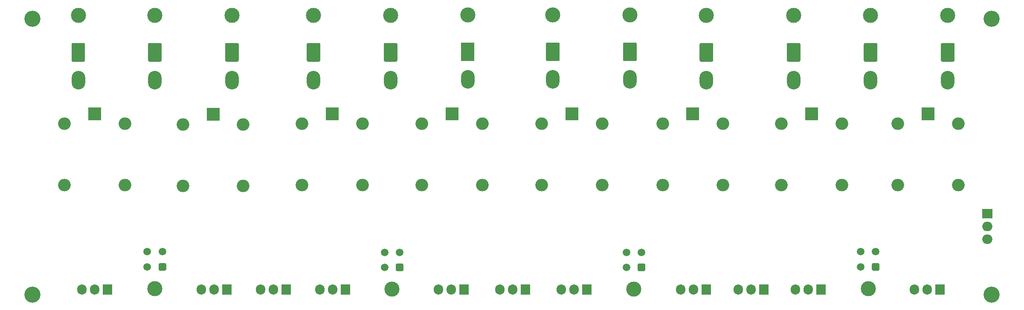
<source format=gbs>
G04 #@! TF.GenerationSoftware,KiCad,Pcbnew,(5.1.9)-1*
G04 #@! TF.CreationDate,2021-01-28T15:20:20-05:00*
G04 #@! TF.ProjectId,PeltierPWMControl,50656c74-6965-4725-9057-4d436f6e7472,rev?*
G04 #@! TF.SameCoordinates,Original*
G04 #@! TF.FileFunction,Soldermask,Bot*
G04 #@! TF.FilePolarity,Negative*
%FSLAX46Y46*%
G04 Gerber Fmt 4.6, Leading zero omitted, Abs format (unit mm)*
G04 Created by KiCad (PCBNEW (5.1.9)-1) date 2021-01-28 15:20:20*
%MOMM*%
%LPD*%
G01*
G04 APERTURE LIST*
%ADD10C,3.000000*%
%ADD11O,2.700000X3.700000*%
%ADD12C,1.500000*%
%ADD13C,3.200000*%
%ADD14O,1.905000X2.000000*%
%ADD15R,1.905000X2.000000*%
%ADD16O,2.000000X1.905000*%
%ADD17R,2.000000X1.905000*%
%ADD18O,2.500000X2.500000*%
%ADD19R,2.500000X2.500000*%
G04 APERTURE END LIST*
D10*
X248900000Y-33200000D03*
D11*
X248900000Y-46000000D03*
G36*
G01*
X247550000Y-42099999D02*
X247550000Y-38900001D01*
G75*
G02*
X247800001Y-38650000I250001J0D01*
G01*
X249999999Y-38650000D01*
G75*
G02*
X250250000Y-38900001I0J-250001D01*
G01*
X250250000Y-42099999D01*
G75*
G02*
X249999999Y-42350000I-250001J0D01*
G01*
X247800001Y-42350000D01*
G75*
G02*
X247550000Y-42099999I0J250001D01*
G01*
G37*
D10*
X201000000Y-33200000D03*
D11*
X201000000Y-46000000D03*
G36*
G01*
X199650000Y-42099999D02*
X199650000Y-38900001D01*
G75*
G02*
X199900001Y-38650000I250001J0D01*
G01*
X202099999Y-38650000D01*
G75*
G02*
X202350000Y-38900001I0J-250001D01*
G01*
X202350000Y-42099999D01*
G75*
G02*
X202099999Y-42350000I-250001J0D01*
G01*
X199900001Y-42350000D01*
G75*
G02*
X199650000Y-42099999I0J250001D01*
G01*
G37*
D10*
X185800000Y-33100000D03*
D11*
X185800000Y-45900000D03*
G36*
G01*
X184450000Y-41999999D02*
X184450000Y-38800001D01*
G75*
G02*
X184700001Y-38550000I250001J0D01*
G01*
X186899999Y-38550000D01*
G75*
G02*
X187150000Y-38800001I0J-250001D01*
G01*
X187150000Y-41999999D01*
G75*
G02*
X186899999Y-42250000I-250001J0D01*
G01*
X184700001Y-42250000D01*
G75*
G02*
X184450000Y-41999999I0J250001D01*
G01*
G37*
D10*
X233600000Y-33200000D03*
D11*
X233600000Y-46000000D03*
G36*
G01*
X232250000Y-42099999D02*
X232250000Y-38900001D01*
G75*
G02*
X232500001Y-38650000I250001J0D01*
G01*
X234699999Y-38650000D01*
G75*
G02*
X234950000Y-38900001I0J-250001D01*
G01*
X234950000Y-42099999D01*
G75*
G02*
X234699999Y-42350000I-250001J0D01*
G01*
X232500001Y-42350000D01*
G75*
G02*
X232250000Y-42099999I0J250001D01*
G01*
G37*
D10*
X218300000Y-33200000D03*
D11*
X218300000Y-46000000D03*
G36*
G01*
X216950000Y-42099999D02*
X216950000Y-38900001D01*
G75*
G02*
X217200001Y-38650000I250001J0D01*
G01*
X219399999Y-38650000D01*
G75*
G02*
X219650000Y-38900001I0J-250001D01*
G01*
X219650000Y-42099999D01*
G75*
G02*
X219399999Y-42350000I-250001J0D01*
G01*
X217200001Y-42350000D01*
G75*
G02*
X216950000Y-42099999I0J250001D01*
G01*
G37*
D10*
X170500000Y-33100000D03*
D11*
X170500000Y-45900000D03*
G36*
G01*
X169150000Y-41999999D02*
X169150000Y-38800001D01*
G75*
G02*
X169400001Y-38550000I250001J0D01*
G01*
X171599999Y-38550000D01*
G75*
G02*
X171850000Y-38800001I0J-250001D01*
G01*
X171850000Y-41999999D01*
G75*
G02*
X171599999Y-42250000I-250001J0D01*
G01*
X169400001Y-42250000D01*
G75*
G02*
X169150000Y-41999999I0J250001D01*
G01*
G37*
D10*
X153600000Y-33100000D03*
D11*
X153600000Y-45900000D03*
G36*
G01*
X152250000Y-41999999D02*
X152250000Y-38800001D01*
G75*
G02*
X152500001Y-38550000I250001J0D01*
G01*
X154699999Y-38550000D01*
G75*
G02*
X154950000Y-38800001I0J-250001D01*
G01*
X154950000Y-41999999D01*
G75*
G02*
X154699999Y-42250000I-250001J0D01*
G01*
X152500001Y-42250000D01*
G75*
G02*
X152250000Y-41999999I0J250001D01*
G01*
G37*
D10*
X138300000Y-33200000D03*
D11*
X138300000Y-46000000D03*
G36*
G01*
X136950000Y-42099999D02*
X136950000Y-38900001D01*
G75*
G02*
X137200001Y-38650000I250001J0D01*
G01*
X139399999Y-38650000D01*
G75*
G02*
X139650000Y-38900001I0J-250001D01*
G01*
X139650000Y-42099999D01*
G75*
G02*
X139399999Y-42350000I-250001J0D01*
G01*
X137200001Y-42350000D01*
G75*
G02*
X136950000Y-42099999I0J250001D01*
G01*
G37*
D10*
X106800000Y-33200000D03*
D11*
X106800000Y-46000000D03*
G36*
G01*
X105450000Y-42099999D02*
X105450000Y-38900001D01*
G75*
G02*
X105700001Y-38650000I250001J0D01*
G01*
X107899999Y-38650000D01*
G75*
G02*
X108150000Y-38900001I0J-250001D01*
G01*
X108150000Y-42099999D01*
G75*
G02*
X107899999Y-42350000I-250001J0D01*
G01*
X105700001Y-42350000D01*
G75*
G02*
X105450000Y-42099999I0J250001D01*
G01*
G37*
D10*
X91500000Y-33200000D03*
D11*
X91500000Y-46000000D03*
G36*
G01*
X90150000Y-42099999D02*
X90150000Y-38900001D01*
G75*
G02*
X90400001Y-38650000I250001J0D01*
G01*
X92599999Y-38650000D01*
G75*
G02*
X92850000Y-38900001I0J-250001D01*
G01*
X92850000Y-42099999D01*
G75*
G02*
X92599999Y-42350000I-250001J0D01*
G01*
X90400001Y-42350000D01*
G75*
G02*
X90150000Y-42099999I0J250001D01*
G01*
G37*
D10*
X123000000Y-33200000D03*
D11*
X123000000Y-46000000D03*
G36*
G01*
X121650000Y-42099999D02*
X121650000Y-38900001D01*
G75*
G02*
X121900001Y-38650000I250001J0D01*
G01*
X124099999Y-38650000D01*
G75*
G02*
X124350000Y-38900001I0J-250001D01*
G01*
X124350000Y-42099999D01*
G75*
G02*
X124099999Y-42350000I-250001J0D01*
G01*
X121900001Y-42350000D01*
G75*
G02*
X121650000Y-42099999I0J250001D01*
G01*
G37*
D10*
X76300000Y-33200000D03*
D11*
X76300000Y-46000000D03*
G36*
G01*
X74950000Y-42099999D02*
X74950000Y-38900001D01*
G75*
G02*
X75200001Y-38650000I250001J0D01*
G01*
X77399999Y-38650000D01*
G75*
G02*
X77650000Y-38900001I0J-250001D01*
G01*
X77650000Y-42099999D01*
G75*
G02*
X77399999Y-42350000I-250001J0D01*
G01*
X75200001Y-42350000D01*
G75*
G02*
X74950000Y-42099999I0J250001D01*
G01*
G37*
D12*
X185100000Y-80200000D03*
X188100000Y-80200000D03*
X185100000Y-83200000D03*
G36*
G01*
X188850000Y-82700000D02*
X188850000Y-83700000D01*
G75*
G02*
X188600000Y-83950000I-250000J0D01*
G01*
X187600000Y-83950000D01*
G75*
G02*
X187350000Y-83700000I0J250000D01*
G01*
X187350000Y-82700000D01*
G75*
G02*
X187600000Y-82450000I250000J0D01*
G01*
X188600000Y-82450000D01*
G75*
G02*
X188850000Y-82700000I0J-250000D01*
G01*
G37*
D10*
X186600000Y-87520000D03*
D12*
X231600000Y-80100000D03*
X234600000Y-80100000D03*
X231600000Y-83100000D03*
G36*
G01*
X235350000Y-82600000D02*
X235350000Y-83600000D01*
G75*
G02*
X235100000Y-83850000I-250000J0D01*
G01*
X234100000Y-83850000D01*
G75*
G02*
X233850000Y-83600000I0J250000D01*
G01*
X233850000Y-82600000D01*
G75*
G02*
X234100000Y-82350000I250000J0D01*
G01*
X235100000Y-82350000D01*
G75*
G02*
X235350000Y-82600000I0J-250000D01*
G01*
G37*
D10*
X233100000Y-87420000D03*
D12*
X137100000Y-80200000D03*
X140100000Y-80200000D03*
X137100000Y-83200000D03*
G36*
G01*
X140850000Y-82700000D02*
X140850000Y-83700000D01*
G75*
G02*
X140600000Y-83950000I-250000J0D01*
G01*
X139600000Y-83950000D01*
G75*
G02*
X139350000Y-83700000I0J250000D01*
G01*
X139350000Y-82700000D01*
G75*
G02*
X139600000Y-82450000I250000J0D01*
G01*
X140600000Y-82450000D01*
G75*
G02*
X140850000Y-82700000I0J-250000D01*
G01*
G37*
D10*
X138600000Y-87520000D03*
D12*
X90000000Y-80100000D03*
X93000000Y-80100000D03*
X90000000Y-83100000D03*
G36*
G01*
X93750000Y-82600000D02*
X93750000Y-83600000D01*
G75*
G02*
X93500000Y-83850000I-250000J0D01*
G01*
X92500000Y-83850000D01*
G75*
G02*
X92250000Y-83600000I0J250000D01*
G01*
X92250000Y-82600000D01*
G75*
G02*
X92500000Y-82350000I250000J0D01*
G01*
X93500000Y-82350000D01*
G75*
G02*
X93750000Y-82600000I0J-250000D01*
G01*
G37*
D10*
X91500000Y-87420000D03*
D13*
X257600000Y-88600000D03*
X257600000Y-33800000D03*
X67200000Y-88600000D03*
X67200000Y-33800000D03*
D14*
X242320000Y-87600000D03*
X244860000Y-87600000D03*
D15*
X247400000Y-87600000D03*
D14*
X195860000Y-87600000D03*
X198400000Y-87600000D03*
D15*
X200940000Y-87600000D03*
D14*
X207320000Y-87600000D03*
X209860000Y-87600000D03*
D15*
X212400000Y-87600000D03*
D14*
X218700000Y-87600000D03*
X221240000Y-87600000D03*
D15*
X223780000Y-87600000D03*
D14*
X172220000Y-87600000D03*
X174760000Y-87600000D03*
D15*
X177300000Y-87600000D03*
D16*
X256800000Y-77580000D03*
X256800000Y-75040000D03*
D17*
X256800000Y-72500000D03*
D14*
X147820000Y-87600000D03*
X150360000Y-87600000D03*
D15*
X152900000Y-87600000D03*
D14*
X100720000Y-87600000D03*
X103260000Y-87600000D03*
D15*
X105800000Y-87600000D03*
D14*
X160020000Y-87600000D03*
X162560000Y-87600000D03*
D15*
X165100000Y-87600000D03*
D14*
X112520000Y-87600000D03*
X115060000Y-87600000D03*
D15*
X117600000Y-87600000D03*
D14*
X124220000Y-87600000D03*
X126760000Y-87600000D03*
D15*
X129300000Y-87600000D03*
D14*
X77020000Y-87600000D03*
X79560000Y-87600000D03*
D15*
X82100000Y-87600000D03*
D18*
X251000000Y-54700000D03*
X251000000Y-66900000D03*
X239000000Y-66900000D03*
X239000000Y-54700000D03*
D19*
X245000000Y-52700000D03*
D18*
X204300000Y-54700000D03*
X204300000Y-66900000D03*
X192300000Y-66900000D03*
X192300000Y-54700000D03*
D19*
X198300000Y-52700000D03*
D18*
X227900000Y-54700000D03*
X227900000Y-66900000D03*
X215900000Y-66900000D03*
X215900000Y-54700000D03*
D19*
X221900000Y-52700000D03*
D18*
X180300000Y-54700000D03*
X180300000Y-66900000D03*
X168300000Y-66900000D03*
X168300000Y-54700000D03*
D19*
X174300000Y-52700000D03*
D18*
X156500000Y-54700000D03*
X156500000Y-66900000D03*
X144500000Y-66900000D03*
X144500000Y-54700000D03*
D19*
X150500000Y-52700000D03*
D18*
X109060000Y-54800000D03*
X109060000Y-67000000D03*
X97060000Y-67000000D03*
X97060000Y-54800000D03*
D19*
X103060000Y-52800000D03*
D18*
X132700000Y-54700000D03*
X132700000Y-66900000D03*
X120700000Y-66900000D03*
X120700000Y-54700000D03*
D19*
X126700000Y-52700000D03*
D18*
X85560000Y-54700000D03*
X85560000Y-66900000D03*
X73560000Y-66900000D03*
X73560000Y-54700000D03*
D19*
X79560000Y-52700000D03*
M02*

</source>
